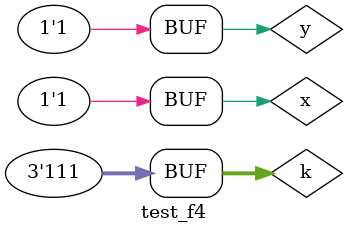
<source format=v>
module f4 (output s, input a,input b, input [2:0]k);

wire s1, s2, s3, s4, s5, s6, s7, s8, s9, s10, s11, s12, s13, s14, s15, s16;

not notA(s1, a);
not notB(s2, b);
or or1(s3, a, b);
nor nor1(s4, a, b);
and and1(s5, a, b);
nand nand1(s6, a, b);
xor xor1(s7, a, b);
xnor xnor1(s8, a, b);


and and2(s9,  s1, ~k[2], ~k[1], ~k[0]);
and and3(s10, s2, ~k[2], ~k[1], k[0]);
and and4(s11, s3, ~k[2], k[1], ~k[0]);
and and5(s12, s4, ~k[2], k[1], k[0]);
and and6(s13, s5, k[2], ~k[1], ~k[0]);
and and7(s14, s6, k[2], ~k[1], k[0]);
and and8(s15, s7, k[2], k[1], ~k[0]);
and and9(s16, s8, k[2], k[1], k[0]);

or  or2 (s, s9, s10, s11, s12, s13, s14, s15, s16);

endmodule // f4
module test_f4;
// ------------------------- definir dados
reg x;
reg y;
reg [2:0]k;
wire s;
f4 modulo (s, x, y, k[2:0]);
// ------------------------- parte principal
initial begin
$display("Exemplo0035 - Raphael Quintao - 445171");
$display("Test LU's module");

x = 0; y = 0; k = 3'b000;

$monitor("x = %1b -- y = %1b k1 = %3b Resultado = %1b",x, y, k, s);

#1x = 0; y = 1; k = 3'b000;
#1x = 1; y = 0; k = 3'b000;
#1x = 1; y = 1; k = 3'b000;

#1x = 0; y = 0; k = 3'b001;
$display("\n");
#1x = 0; y = 1; k = 3'b001;
#1x = 1; y = 0; k = 3'b001;
#1x = 1; y = 1; k = 3'b001;

#1x = 0; y = 0; k = 3'b010;
$display("\n");
#1x = 0; y = 1; k = 3'b010;
#1x = 1; y = 0; k = 3'b010;
#1x = 1; y = 1; k = 3'b010;

#1x = 0; y = 0; k = 3'b011;
$display("\n");
#1x = 0; y = 1; k = 3'b011;
#1x = 1; y = 0; k = 3'b011;
#1x = 1; y = 1; k = 3'b011;

#1x = 0; y = 0; k = 3'b100;
$display("\n");
#1x = 0; y = 1; k = 3'b100;
#1x = 1; y = 0; k = 3'b100;
#1x = 1; y = 1; k = 3'b100;

#1x = 0; y = 0; k = 3'b101;
$display("\n");
#1x = 0; y = 1; k = 3'b101;
#1x = 1; y = 0; k = 3'b101;
#1x = 1; y = 1; k = 3'b101;

#1x = 0; y = 0; k = 3'b110;
$display("\n");
#1x = 0; y = 1; k = 3'b110;
#1x = 1; y = 0; k = 3'b110;
#1x = 1; y = 1; k = 3'b110;

#1x = 0; y = 0; k = 3'b111;
$display("\n");
#1x = 0; y = 1; k = 3'b111;
#1x = 1; y = 0; k = 3'b111;
#1x = 1; y = 1; k = 3'b111;


end
endmodule // test_f4
</source>
